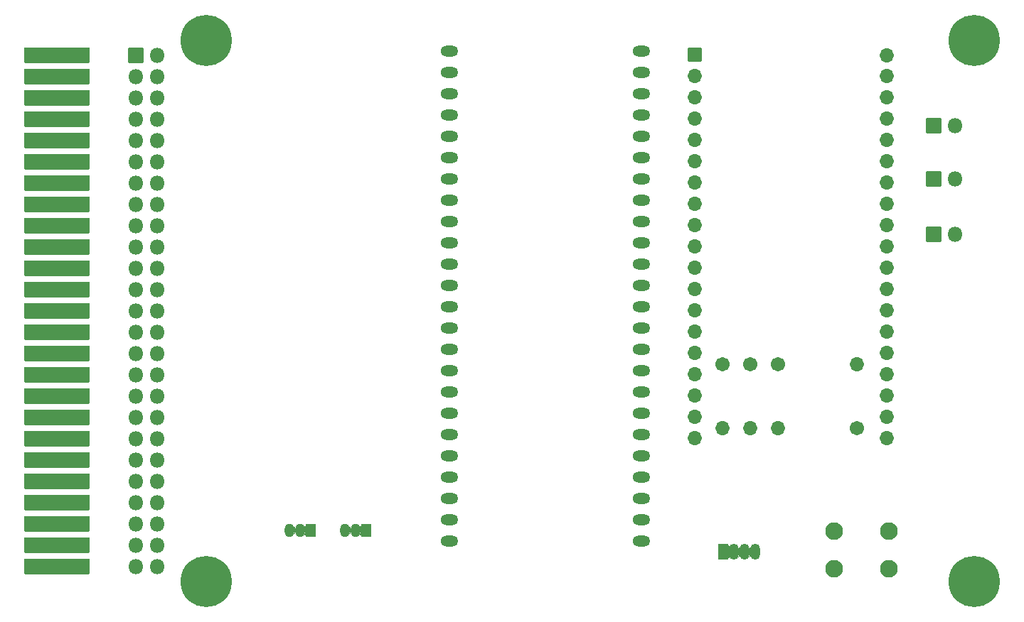
<source format=gbr>
%TF.GenerationSoftware,KiCad,Pcbnew,(6.0.5)*%
%TF.CreationDate,2022-06-04T10:33:38-07:00*%
%TF.ProjectId,TRS-IO-M1,5452532d-494f-42d4-9d31-2e6b69636164,rev?*%
%TF.SameCoordinates,Original*%
%TF.FileFunction,Soldermask,Bot*%
%TF.FilePolarity,Negative*%
%FSLAX46Y46*%
G04 Gerber Fmt 4.6, Leading zero omitted, Abs format (unit mm)*
G04 Created by KiCad (PCBNEW (6.0.5)) date 2022-06-04 10:33:38*
%MOMM*%
%LPD*%
G01*
G04 APERTURE LIST*
G04 Aperture macros list*
%AMRoundRect*
0 Rectangle with rounded corners*
0 $1 Rounding radius*
0 $2 $3 $4 $5 $6 $7 $8 $9 X,Y pos of 4 corners*
0 Add a 4 corners polygon primitive as box body*
4,1,4,$2,$3,$4,$5,$6,$7,$8,$9,$2,$3,0*
0 Add four circle primitives for the rounded corners*
1,1,$1+$1,$2,$3*
1,1,$1+$1,$4,$5*
1,1,$1+$1,$6,$7*
1,1,$1+$1,$8,$9*
0 Add four rect primitives between the rounded corners*
20,1,$1+$1,$2,$3,$4,$5,0*
20,1,$1+$1,$4,$5,$6,$7,0*
20,1,$1+$1,$6,$7,$8,$9,0*
20,1,$1+$1,$8,$9,$2,$3,0*%
G04 Aperture macros list end*
%ADD10C,6.102000*%
%ADD11C,0.902000*%
%ADD12C,1.702000*%
%ADD13O,1.702000X1.702000*%
%ADD14O,2.102000X1.302000*%
%ADD15RoundRect,0.051000X0.525000X0.750000X-0.525000X0.750000X-0.525000X-0.750000X0.525000X-0.750000X0*%
%ADD16O,1.152000X1.602000*%
%ADD17RoundRect,0.051000X0.850000X-0.850000X0.850000X0.850000X-0.850000X0.850000X-0.850000X-0.850000X0*%
%ADD18O,1.802000X1.802000*%
%ADD19RoundRect,0.051000X-0.800000X-0.800000X0.800000X-0.800000X0.800000X0.800000X-0.800000X0.800000X0*%
%ADD20RoundRect,0.051000X3.810000X-0.889000X3.810000X0.889000X-3.810000X0.889000X-3.810000X-0.889000X0*%
%ADD21RoundRect,0.051000X-0.535000X-0.900000X0.535000X-0.900000X0.535000X0.900000X-0.535000X0.900000X0*%
%ADD22O,1.172000X1.902000*%
%ADD23RoundRect,0.051000X-0.850000X-0.850000X0.850000X-0.850000X0.850000X0.850000X-0.850000X0.850000X0*%
%ADD24C,2.102000*%
G04 APERTURE END LIST*
D10*
%TO.C,H1*%
X124714000Y-60960000D03*
D11*
X126304990Y-62550990D03*
X123123010Y-59369010D03*
X126964000Y-60960000D03*
X124714000Y-58710000D03*
X122464000Y-60960000D03*
X124714000Y-63210000D03*
X126304990Y-59369010D03*
X123123010Y-62550990D03*
%TD*%
%TO.C,H2*%
X217744990Y-62550990D03*
X218404000Y-60960000D03*
D10*
X216154000Y-60960000D03*
D11*
X213904000Y-60960000D03*
X214563010Y-62550990D03*
X214563010Y-59369010D03*
X217744990Y-59369010D03*
X216154000Y-63210000D03*
X216154000Y-58710000D03*
%TD*%
%TO.C,H3*%
X126964000Y-125476000D03*
X124714000Y-127726000D03*
X126304990Y-123885010D03*
X123123010Y-127066990D03*
D10*
X124714000Y-125476000D03*
D11*
X122464000Y-125476000D03*
X124714000Y-123226000D03*
X126304990Y-127066990D03*
X123123010Y-123885010D03*
%TD*%
%TO.C,H4*%
X217744990Y-123885010D03*
X213904000Y-125476000D03*
X217744990Y-127066990D03*
X216154000Y-127726000D03*
X214563010Y-123885010D03*
X218404000Y-125476000D03*
X216154000Y-123226000D03*
X214563010Y-127066990D03*
D10*
X216154000Y-125476000D03*
%TD*%
D12*
%TO.C,R1*%
X186182000Y-99568000D03*
D13*
X186182000Y-107188000D03*
%TD*%
D12*
%TO.C,R2*%
X192786000Y-99568000D03*
D13*
X192786000Y-107188000D03*
%TD*%
D14*
%TO.C,U5*%
X153650000Y-62230000D03*
X153650000Y-64770000D03*
X153650000Y-67310000D03*
X153650000Y-69850000D03*
X153650000Y-72390000D03*
X153650000Y-74930000D03*
X153650000Y-77470000D03*
X153650000Y-80010000D03*
X153650000Y-82550000D03*
X153650000Y-85090000D03*
X153650000Y-87630000D03*
X153650000Y-90170000D03*
X153650000Y-92710000D03*
X153650000Y-95250000D03*
X153650000Y-97790000D03*
X153650000Y-100330000D03*
X153650000Y-102870000D03*
X153650000Y-105410000D03*
X153650000Y-107950000D03*
X153650000Y-110490000D03*
X153650000Y-113030000D03*
X153650000Y-115570000D03*
X153650000Y-118110000D03*
X153650000Y-120650000D03*
X176550000Y-120650000D03*
X176550000Y-118110000D03*
X176550000Y-115570000D03*
X176550000Y-113030000D03*
X176550000Y-110490000D03*
X176550000Y-107950000D03*
X176550000Y-105410000D03*
X176550000Y-102870000D03*
X176550000Y-100330000D03*
X176550000Y-97790000D03*
X176550000Y-95250000D03*
X176550000Y-92710000D03*
X176550000Y-90170000D03*
X176550000Y-87630000D03*
X176550000Y-85090000D03*
X176550000Y-82550000D03*
X176550000Y-80010000D03*
X176550000Y-77470000D03*
X176550000Y-74930000D03*
X176550000Y-72390000D03*
X176550000Y-69850000D03*
X176550000Y-67310000D03*
X176550000Y-64770000D03*
X176550000Y-62230000D03*
%TD*%
D15*
%TO.C,Q2*%
X143764000Y-119380000D03*
D16*
X142494000Y-119380000D03*
X141224000Y-119380000D03*
%TD*%
D17*
%TO.C,J4*%
X211328000Y-71120000D03*
D18*
X213868000Y-71120000D03*
%TD*%
D19*
%TO.C,U6*%
X182880000Y-62645000D03*
D13*
X182880000Y-65185000D03*
X182880000Y-67725000D03*
X182880000Y-70265000D03*
X182880000Y-72805000D03*
X182880000Y-75345000D03*
X182880000Y-77885000D03*
X182880000Y-80425000D03*
X182880000Y-82965000D03*
X182880000Y-85505000D03*
X182880000Y-88045000D03*
X182880000Y-90585000D03*
X182880000Y-93125000D03*
X182880000Y-95665000D03*
X182880000Y-98205000D03*
X182880000Y-100745000D03*
X182880000Y-103285000D03*
X182880000Y-105825000D03*
X182880000Y-108365000D03*
X205740000Y-108365000D03*
X205740000Y-105825000D03*
X205740000Y-103285000D03*
X205740000Y-100745000D03*
X205740000Y-98205000D03*
X205740000Y-95665000D03*
X205740000Y-93125000D03*
X205740000Y-90585000D03*
X205740000Y-88045000D03*
X205740000Y-85505000D03*
X205740000Y-82965000D03*
X205740000Y-80425000D03*
X205740000Y-77885000D03*
X205740000Y-75345000D03*
X205740000Y-72805000D03*
X205740000Y-70265000D03*
X205740000Y-67725000D03*
X205740000Y-65185000D03*
X205740000Y-62708500D03*
%TD*%
D12*
%TO.C,R4*%
X202184000Y-107188000D03*
D13*
X202184000Y-99568000D03*
%TD*%
D20*
%TO.C,J1*%
X106934000Y-123698000D03*
X106934000Y-121158000D03*
X106934000Y-118618000D03*
X106934000Y-116078000D03*
X106934000Y-113538000D03*
X106934000Y-110998000D03*
X106934000Y-108458000D03*
X106934000Y-105918000D03*
X106934000Y-103378000D03*
X106934000Y-100838000D03*
X106934000Y-98298000D03*
X106934000Y-95758000D03*
X106934000Y-93218000D03*
X106934000Y-90678000D03*
X106934000Y-88138000D03*
X106934000Y-85598000D03*
X106934000Y-83058000D03*
X106934000Y-80518000D03*
X106934000Y-77978000D03*
X106934000Y-75438000D03*
X106934000Y-72898000D03*
X106934000Y-70358000D03*
X106934000Y-67818000D03*
X106934000Y-65278000D03*
X106934000Y-62738000D03*
%TD*%
D17*
%TO.C,J5*%
X211328000Y-84074000D03*
D18*
X213868000Y-84074000D03*
%TD*%
D17*
%TO.C,J3*%
X211328000Y-77470000D03*
D18*
X213868000Y-77470000D03*
%TD*%
D12*
%TO.C,R3*%
X189484000Y-99568000D03*
D13*
X189484000Y-107188000D03*
%TD*%
D21*
%TO.C,D1*%
X186314000Y-121920000D03*
D22*
X187584000Y-121920000D03*
X188854000Y-121920000D03*
X190124000Y-121920000D03*
%TD*%
D15*
%TO.C,Q1*%
X137160000Y-119380000D03*
D16*
X135890000Y-119380000D03*
X134620000Y-119380000D03*
%TD*%
D18*
%TO.C,J2*%
X118867000Y-123703000D03*
X116327000Y-123703000D03*
X118867000Y-121163000D03*
X116327000Y-121163000D03*
X118867000Y-118623000D03*
X116327000Y-118623000D03*
X118867000Y-116083000D03*
X116327000Y-116083000D03*
X118867000Y-113543000D03*
X116327000Y-113543000D03*
X118867000Y-111003000D03*
X116327000Y-111003000D03*
X118867000Y-108463000D03*
X116327000Y-108463000D03*
X118867000Y-105923000D03*
X116327000Y-105923000D03*
X118867000Y-103383000D03*
X116327000Y-103383000D03*
X118867000Y-100843000D03*
X116327000Y-100843000D03*
X118867000Y-98303000D03*
X116327000Y-98303000D03*
X118867000Y-95763000D03*
X116327000Y-95763000D03*
X118867000Y-93223000D03*
X116327000Y-93223000D03*
X118867000Y-90683000D03*
X116327000Y-90683000D03*
X118867000Y-88143000D03*
X116327000Y-88143000D03*
X118867000Y-85603000D03*
X116327000Y-85603000D03*
X118867000Y-83063000D03*
X116327000Y-83063000D03*
X118867000Y-80523000D03*
X116327000Y-80523000D03*
X118867000Y-77983000D03*
X116327000Y-77983000D03*
X118867000Y-75443000D03*
X116327000Y-75443000D03*
X118867000Y-72903000D03*
X116327000Y-72903000D03*
X118867000Y-70363000D03*
X116327000Y-70363000D03*
X118867000Y-67823000D03*
X116327000Y-67823000D03*
X118867000Y-65283000D03*
X116327000Y-65283000D03*
X118867000Y-62743000D03*
D23*
X116327000Y-62743000D03*
%TD*%
D24*
%TO.C,SW1*%
X205994000Y-123952000D03*
X199494000Y-123952000D03*
X205994000Y-119452000D03*
X199494000Y-119452000D03*
%TD*%
G36*
X186901919Y-121122267D02*
G01*
X186921595Y-121189279D01*
X186973938Y-121234634D01*
X187042491Y-121244491D01*
X187105647Y-121215648D01*
X187125702Y-121193450D01*
X187147559Y-121162350D01*
X187147880Y-121161993D01*
X187156637Y-121154354D01*
X187158600Y-121153969D01*
X187159915Y-121155476D01*
X187159539Y-121157079D01*
X187078255Y-121263010D01*
X187019916Y-121403854D01*
X187000000Y-121555132D01*
X187000000Y-122284868D01*
X187019916Y-122436146D01*
X187078255Y-122576990D01*
X187157646Y-122680455D01*
X187157907Y-122682438D01*
X187156320Y-122683656D01*
X187154728Y-122683166D01*
X187143790Y-122673420D01*
X187143473Y-122673060D01*
X187126528Y-122648406D01*
X187072578Y-122604506D01*
X187003750Y-122596775D01*
X186941671Y-122627481D01*
X186905962Y-122687018D01*
X186901984Y-122718092D01*
X186900772Y-122719683D01*
X186898788Y-122719429D01*
X186898000Y-122717838D01*
X186898000Y-121122830D01*
X186899000Y-121121098D01*
X186901000Y-121121098D01*
X186901919Y-121122267D01*
G37*
G36*
X188343359Y-121273141D02*
G01*
X188343393Y-121274748D01*
X188289916Y-121403854D01*
X188270000Y-121555132D01*
X188270000Y-122284868D01*
X188289916Y-122436146D01*
X188342204Y-122562380D01*
X188341943Y-122564363D01*
X188340095Y-122565128D01*
X188338708Y-122564278D01*
X188325993Y-122545778D01*
X188325466Y-122545820D01*
X188324730Y-122545220D01*
X188291864Y-122501704D01*
X188226869Y-122477778D01*
X188159259Y-122492789D01*
X188110329Y-122542137D01*
X188104003Y-122555800D01*
X188101504Y-122562209D01*
X188101277Y-122562633D01*
X188098091Y-122567167D01*
X188096277Y-122568009D01*
X188094641Y-122566859D01*
X188094607Y-122565252D01*
X188148084Y-122436146D01*
X188168000Y-122284868D01*
X188168000Y-121555132D01*
X188148084Y-121403854D01*
X188095796Y-121277620D01*
X188096057Y-121275637D01*
X188097905Y-121274872D01*
X188099292Y-121275722D01*
X188112007Y-121294222D01*
X188112534Y-121294180D01*
X188113270Y-121294780D01*
X188146136Y-121338296D01*
X188211131Y-121362222D01*
X188278741Y-121347211D01*
X188327671Y-121297863D01*
X188333997Y-121284200D01*
X188336496Y-121277791D01*
X188336723Y-121277367D01*
X188339909Y-121272833D01*
X188341723Y-121271991D01*
X188343359Y-121273141D01*
G37*
G36*
X189613359Y-121273141D02*
G01*
X189613393Y-121274748D01*
X189559916Y-121403854D01*
X189540000Y-121555132D01*
X189540000Y-122284868D01*
X189559916Y-122436146D01*
X189612204Y-122562380D01*
X189611943Y-122564363D01*
X189610095Y-122565128D01*
X189608708Y-122564278D01*
X189595993Y-122545778D01*
X189595466Y-122545820D01*
X189594730Y-122545220D01*
X189561864Y-122501704D01*
X189496869Y-122477778D01*
X189429259Y-122492789D01*
X189380329Y-122542137D01*
X189374003Y-122555800D01*
X189371504Y-122562209D01*
X189371277Y-122562633D01*
X189368091Y-122567167D01*
X189366277Y-122568009D01*
X189364641Y-122566859D01*
X189364607Y-122565252D01*
X189418084Y-122436146D01*
X189438000Y-122284868D01*
X189438000Y-121555132D01*
X189418084Y-121403854D01*
X189365796Y-121277620D01*
X189366057Y-121275637D01*
X189367905Y-121274872D01*
X189369292Y-121275722D01*
X189382007Y-121294222D01*
X189382534Y-121294180D01*
X189383270Y-121294780D01*
X189416136Y-121338296D01*
X189481131Y-121362222D01*
X189548741Y-121347211D01*
X189597671Y-121297863D01*
X189603997Y-121284200D01*
X189606496Y-121277791D01*
X189606723Y-121277367D01*
X189609909Y-121272833D01*
X189611723Y-121271991D01*
X189613359Y-121273141D01*
G37*
G36*
X136585212Y-118752649D02*
G01*
X136586000Y-118754240D01*
X136586000Y-120005678D01*
X136585000Y-120007410D01*
X136583000Y-120007410D01*
X136582081Y-120006241D01*
X136562405Y-119939229D01*
X136510062Y-119893874D01*
X136441509Y-119884017D01*
X136378352Y-119912860D01*
X136363437Y-119929370D01*
X136361534Y-119929985D01*
X136360050Y-119928644D01*
X136360366Y-119926811D01*
X136387085Y-119891990D01*
X136444424Y-119753558D01*
X136464000Y-119604868D01*
X136464000Y-119155132D01*
X136444424Y-119006442D01*
X136387085Y-118868010D01*
X136356125Y-118827662D01*
X136355864Y-118825679D01*
X136357451Y-118824461D01*
X136358974Y-118824893D01*
X136411421Y-118867572D01*
X136480249Y-118875303D01*
X136542328Y-118844598D01*
X136578038Y-118785061D01*
X136582016Y-118753986D01*
X136583228Y-118752395D01*
X136585212Y-118752649D01*
G37*
G36*
X143189212Y-118752649D02*
G01*
X143190000Y-118754240D01*
X143190000Y-120005678D01*
X143189000Y-120007410D01*
X143187000Y-120007410D01*
X143186081Y-120006241D01*
X143166405Y-119939229D01*
X143114062Y-119893874D01*
X143045509Y-119884017D01*
X142982352Y-119912860D01*
X142967437Y-119929370D01*
X142965534Y-119929985D01*
X142964050Y-119928644D01*
X142964366Y-119926811D01*
X142991085Y-119891990D01*
X143048424Y-119753558D01*
X143068000Y-119604868D01*
X143068000Y-119155132D01*
X143048424Y-119006442D01*
X142991085Y-118868010D01*
X142960125Y-118827662D01*
X142959864Y-118825679D01*
X142961451Y-118824461D01*
X142962974Y-118824893D01*
X143015421Y-118867572D01*
X143084249Y-118875303D01*
X143146328Y-118844598D01*
X143182038Y-118785061D01*
X143186016Y-118753986D01*
X143187228Y-118752395D01*
X143189212Y-118752649D01*
G37*
G36*
X141992076Y-118878004D02*
G01*
X141992110Y-118879611D01*
X141939576Y-119006442D01*
X141920000Y-119155132D01*
X141920000Y-119604868D01*
X141939576Y-119753558D01*
X141990941Y-119877565D01*
X141990680Y-119879548D01*
X141988832Y-119880313D01*
X141987445Y-119879463D01*
X141982707Y-119872570D01*
X141982484Y-119872144D01*
X141973930Y-119849506D01*
X141932008Y-119794002D01*
X141867013Y-119770075D01*
X141799403Y-119785087D01*
X141750474Y-119834436D01*
X141744149Y-119848094D01*
X141732689Y-119877487D01*
X141732462Y-119877910D01*
X141729374Y-119882304D01*
X141727560Y-119883146D01*
X141725924Y-119881996D01*
X141725890Y-119880389D01*
X141778424Y-119753558D01*
X141798000Y-119604868D01*
X141798000Y-119155132D01*
X141778424Y-119006442D01*
X141727059Y-118882435D01*
X141727320Y-118880452D01*
X141729168Y-118879687D01*
X141730555Y-118880537D01*
X141735293Y-118887430D01*
X141735516Y-118887856D01*
X141744070Y-118910494D01*
X141785992Y-118965998D01*
X141850987Y-118989925D01*
X141918597Y-118974913D01*
X141967526Y-118925564D01*
X141973851Y-118911906D01*
X141985311Y-118882513D01*
X141985538Y-118882090D01*
X141988626Y-118877696D01*
X141990440Y-118876854D01*
X141992076Y-118878004D01*
G37*
G36*
X135388076Y-118878004D02*
G01*
X135388110Y-118879611D01*
X135335576Y-119006442D01*
X135316000Y-119155132D01*
X135316000Y-119604868D01*
X135335576Y-119753558D01*
X135386941Y-119877565D01*
X135386680Y-119879548D01*
X135384832Y-119880313D01*
X135383445Y-119879463D01*
X135378707Y-119872570D01*
X135378484Y-119872144D01*
X135369930Y-119849506D01*
X135328008Y-119794002D01*
X135263013Y-119770075D01*
X135195403Y-119785087D01*
X135146474Y-119834436D01*
X135140149Y-119848094D01*
X135128689Y-119877487D01*
X135128462Y-119877910D01*
X135125374Y-119882304D01*
X135123560Y-119883146D01*
X135121924Y-119881996D01*
X135121890Y-119880389D01*
X135174424Y-119753558D01*
X135194000Y-119604868D01*
X135194000Y-119155132D01*
X135174424Y-119006442D01*
X135123059Y-118882435D01*
X135123320Y-118880452D01*
X135125168Y-118879687D01*
X135126555Y-118880537D01*
X135131293Y-118887430D01*
X135131516Y-118887856D01*
X135140070Y-118910494D01*
X135181992Y-118965998D01*
X135246987Y-118989925D01*
X135314597Y-118974913D01*
X135363526Y-118925564D01*
X135369851Y-118911906D01*
X135381311Y-118882513D01*
X135381538Y-118882090D01*
X135384626Y-118877696D01*
X135386440Y-118876854D01*
X135388076Y-118878004D01*
G37*
M02*

</source>
